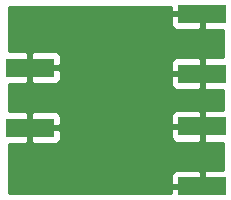
<source format=gbl>
G04 #@! TF.GenerationSoftware,KiCad,Pcbnew,5.0.1*
G04 #@! TF.CreationDate,2018-12-27T15:12:00+01:00*
G04 #@! TF.ProjectId,6dBSplitter,36644253706C69747465722E6B696361,rev?*
G04 #@! TF.SameCoordinates,Original*
G04 #@! TF.FileFunction,Copper,L2,Bot,Signal*
G04 #@! TF.FilePolarity,Positive*
%FSLAX46Y46*%
G04 Gerber Fmt 4.6, Leading zero omitted, Abs format (unit mm)*
G04 Created by KiCad (PCBNEW 5.0.1) date Do 27 Dez 2018 15:12:00 CET*
%MOMM*%
%LPD*%
G01*
G04 APERTURE LIST*
G04 #@! TA.AperFunction,SMDPad,CuDef*
%ADD10R,4.064000X1.524000*%
G04 #@! TD*
G04 #@! TA.AperFunction,ViaPad*
%ADD11C,0.609600*%
G04 #@! TD*
G04 #@! TA.AperFunction,Conductor*
%ADD12C,0.254000*%
G04 #@! TD*
G04 APERTURE END LIST*
D10*
G04 #@! TO.P,J1,2*
G04 #@! TO.N,GND*
X114300000Y-99822000D03*
X114300000Y-94742000D03*
G04 #@! TD*
G04 #@! TO.P,J2,2*
G04 #@! TO.N,GND*
X128905000Y-95250000D03*
X128905000Y-90170000D03*
G04 #@! TD*
G04 #@! TO.P,J3,2*
G04 #@! TO.N,GND*
X128905000Y-99695000D03*
X128905000Y-104775000D03*
G04 #@! TD*
D11*
G04 #@! TO.N,GND*
X118110000Y-94615000D03*
X119380000Y-94615000D03*
X120650000Y-94615000D03*
X121920000Y-94615000D03*
X121920000Y-93345000D03*
X121920000Y-92075000D03*
X121920000Y-90170000D03*
X123190000Y-90170000D03*
X124460000Y-90170000D03*
X124460000Y-104775000D03*
X123190000Y-104775000D03*
X121920000Y-104775000D03*
X121920000Y-103505000D03*
X121920000Y-102235000D03*
X121920000Y-100965000D03*
X121920000Y-99695000D03*
X120650000Y-99695000D03*
X119380000Y-99695000D03*
X118110000Y-99695000D03*
X114300000Y-91440000D03*
X114300000Y-102870000D03*
X114300000Y-104775000D03*
X116840000Y-91440000D03*
X119380000Y-91440000D03*
X119380000Y-102870000D03*
X116840000Y-102870000D03*
X119380000Y-104775000D03*
X116840000Y-104775000D03*
G04 #@! TD*
D12*
G04 #@! TO.N,GND*
G36*
X126238000Y-89884250D02*
X126396750Y-90043000D01*
X128778000Y-90043000D01*
X128778000Y-90023000D01*
X129032000Y-90023000D01*
X129032000Y-90043000D01*
X129052000Y-90043000D01*
X129052000Y-90297000D01*
X129032000Y-90297000D01*
X129032000Y-91408250D01*
X129190750Y-91567000D01*
X130683000Y-91567000D01*
X130683000Y-93853000D01*
X129190750Y-93853000D01*
X129032000Y-94011750D01*
X129032000Y-95123000D01*
X129052000Y-95123000D01*
X129052000Y-95377000D01*
X129032000Y-95377000D01*
X129032000Y-96488250D01*
X129190750Y-96647000D01*
X130683000Y-96647000D01*
X130683000Y-98298000D01*
X129190750Y-98298000D01*
X129032000Y-98456750D01*
X129032000Y-99568000D01*
X129052000Y-99568000D01*
X129052000Y-99822000D01*
X129032000Y-99822000D01*
X129032000Y-100933250D01*
X129190750Y-101092000D01*
X130683000Y-101092000D01*
X130683000Y-103378000D01*
X129190750Y-103378000D01*
X129032000Y-103536750D01*
X129032000Y-104648000D01*
X129052000Y-104648000D01*
X129052000Y-104902000D01*
X129032000Y-104902000D01*
X129032000Y-104922000D01*
X128778000Y-104922000D01*
X128778000Y-104902000D01*
X126396750Y-104902000D01*
X126238000Y-105060750D01*
X126238000Y-105310000D01*
X112522000Y-105310000D01*
X112522000Y-103886690D01*
X126238000Y-103886690D01*
X126238000Y-104489250D01*
X126396750Y-104648000D01*
X128778000Y-104648000D01*
X128778000Y-103536750D01*
X128619250Y-103378000D01*
X126746691Y-103378000D01*
X126513302Y-103474673D01*
X126334673Y-103653301D01*
X126238000Y-103886690D01*
X112522000Y-103886690D01*
X112522000Y-101219000D01*
X114014250Y-101219000D01*
X114173000Y-101060250D01*
X114173000Y-99949000D01*
X114427000Y-99949000D01*
X114427000Y-101060250D01*
X114585750Y-101219000D01*
X116458309Y-101219000D01*
X116691698Y-101122327D01*
X116870327Y-100943699D01*
X116967000Y-100710310D01*
X116967000Y-100107750D01*
X116840000Y-99980750D01*
X126238000Y-99980750D01*
X126238000Y-100583310D01*
X126334673Y-100816699D01*
X126513302Y-100995327D01*
X126746691Y-101092000D01*
X128619250Y-101092000D01*
X128778000Y-100933250D01*
X128778000Y-99822000D01*
X126396750Y-99822000D01*
X126238000Y-99980750D01*
X116840000Y-99980750D01*
X116808250Y-99949000D01*
X114427000Y-99949000D01*
X114173000Y-99949000D01*
X114153000Y-99949000D01*
X114153000Y-99695000D01*
X114173000Y-99695000D01*
X114173000Y-98583750D01*
X114427000Y-98583750D01*
X114427000Y-99695000D01*
X116808250Y-99695000D01*
X116967000Y-99536250D01*
X116967000Y-98933690D01*
X116914395Y-98806690D01*
X126238000Y-98806690D01*
X126238000Y-99409250D01*
X126396750Y-99568000D01*
X128778000Y-99568000D01*
X128778000Y-98456750D01*
X128619250Y-98298000D01*
X126746691Y-98298000D01*
X126513302Y-98394673D01*
X126334673Y-98573301D01*
X126238000Y-98806690D01*
X116914395Y-98806690D01*
X116870327Y-98700301D01*
X116691698Y-98521673D01*
X116458309Y-98425000D01*
X114585750Y-98425000D01*
X114427000Y-98583750D01*
X114173000Y-98583750D01*
X114014250Y-98425000D01*
X112522000Y-98425000D01*
X112522000Y-96139000D01*
X114014250Y-96139000D01*
X114173000Y-95980250D01*
X114173000Y-94869000D01*
X114427000Y-94869000D01*
X114427000Y-95980250D01*
X114585750Y-96139000D01*
X116458309Y-96139000D01*
X116691698Y-96042327D01*
X116870327Y-95863699D01*
X116967000Y-95630310D01*
X116967000Y-95535750D01*
X126238000Y-95535750D01*
X126238000Y-96138310D01*
X126334673Y-96371699D01*
X126513302Y-96550327D01*
X126746691Y-96647000D01*
X128619250Y-96647000D01*
X128778000Y-96488250D01*
X128778000Y-95377000D01*
X126396750Y-95377000D01*
X126238000Y-95535750D01*
X116967000Y-95535750D01*
X116967000Y-95027750D01*
X116808250Y-94869000D01*
X114427000Y-94869000D01*
X114173000Y-94869000D01*
X114153000Y-94869000D01*
X114153000Y-94615000D01*
X114173000Y-94615000D01*
X114173000Y-93503750D01*
X114427000Y-93503750D01*
X114427000Y-94615000D01*
X116808250Y-94615000D01*
X116967000Y-94456250D01*
X116967000Y-94361690D01*
X126238000Y-94361690D01*
X126238000Y-94964250D01*
X126396750Y-95123000D01*
X128778000Y-95123000D01*
X128778000Y-94011750D01*
X128619250Y-93853000D01*
X126746691Y-93853000D01*
X126513302Y-93949673D01*
X126334673Y-94128301D01*
X126238000Y-94361690D01*
X116967000Y-94361690D01*
X116967000Y-93853690D01*
X116870327Y-93620301D01*
X116691698Y-93441673D01*
X116458309Y-93345000D01*
X114585750Y-93345000D01*
X114427000Y-93503750D01*
X114173000Y-93503750D01*
X114014250Y-93345000D01*
X112522000Y-93345000D01*
X112522000Y-90455750D01*
X126238000Y-90455750D01*
X126238000Y-91058310D01*
X126334673Y-91291699D01*
X126513302Y-91470327D01*
X126746691Y-91567000D01*
X128619250Y-91567000D01*
X128778000Y-91408250D01*
X128778000Y-90297000D01*
X126396750Y-90297000D01*
X126238000Y-90455750D01*
X112522000Y-90455750D01*
X112522000Y-89635000D01*
X126238000Y-89635000D01*
X126238000Y-89884250D01*
X126238000Y-89884250D01*
G37*
X126238000Y-89884250D02*
X126396750Y-90043000D01*
X128778000Y-90043000D01*
X128778000Y-90023000D01*
X129032000Y-90023000D01*
X129032000Y-90043000D01*
X129052000Y-90043000D01*
X129052000Y-90297000D01*
X129032000Y-90297000D01*
X129032000Y-91408250D01*
X129190750Y-91567000D01*
X130683000Y-91567000D01*
X130683000Y-93853000D01*
X129190750Y-93853000D01*
X129032000Y-94011750D01*
X129032000Y-95123000D01*
X129052000Y-95123000D01*
X129052000Y-95377000D01*
X129032000Y-95377000D01*
X129032000Y-96488250D01*
X129190750Y-96647000D01*
X130683000Y-96647000D01*
X130683000Y-98298000D01*
X129190750Y-98298000D01*
X129032000Y-98456750D01*
X129032000Y-99568000D01*
X129052000Y-99568000D01*
X129052000Y-99822000D01*
X129032000Y-99822000D01*
X129032000Y-100933250D01*
X129190750Y-101092000D01*
X130683000Y-101092000D01*
X130683000Y-103378000D01*
X129190750Y-103378000D01*
X129032000Y-103536750D01*
X129032000Y-104648000D01*
X129052000Y-104648000D01*
X129052000Y-104902000D01*
X129032000Y-104902000D01*
X129032000Y-104922000D01*
X128778000Y-104922000D01*
X128778000Y-104902000D01*
X126396750Y-104902000D01*
X126238000Y-105060750D01*
X126238000Y-105310000D01*
X112522000Y-105310000D01*
X112522000Y-103886690D01*
X126238000Y-103886690D01*
X126238000Y-104489250D01*
X126396750Y-104648000D01*
X128778000Y-104648000D01*
X128778000Y-103536750D01*
X128619250Y-103378000D01*
X126746691Y-103378000D01*
X126513302Y-103474673D01*
X126334673Y-103653301D01*
X126238000Y-103886690D01*
X112522000Y-103886690D01*
X112522000Y-101219000D01*
X114014250Y-101219000D01*
X114173000Y-101060250D01*
X114173000Y-99949000D01*
X114427000Y-99949000D01*
X114427000Y-101060250D01*
X114585750Y-101219000D01*
X116458309Y-101219000D01*
X116691698Y-101122327D01*
X116870327Y-100943699D01*
X116967000Y-100710310D01*
X116967000Y-100107750D01*
X116840000Y-99980750D01*
X126238000Y-99980750D01*
X126238000Y-100583310D01*
X126334673Y-100816699D01*
X126513302Y-100995327D01*
X126746691Y-101092000D01*
X128619250Y-101092000D01*
X128778000Y-100933250D01*
X128778000Y-99822000D01*
X126396750Y-99822000D01*
X126238000Y-99980750D01*
X116840000Y-99980750D01*
X116808250Y-99949000D01*
X114427000Y-99949000D01*
X114173000Y-99949000D01*
X114153000Y-99949000D01*
X114153000Y-99695000D01*
X114173000Y-99695000D01*
X114173000Y-98583750D01*
X114427000Y-98583750D01*
X114427000Y-99695000D01*
X116808250Y-99695000D01*
X116967000Y-99536250D01*
X116967000Y-98933690D01*
X116914395Y-98806690D01*
X126238000Y-98806690D01*
X126238000Y-99409250D01*
X126396750Y-99568000D01*
X128778000Y-99568000D01*
X128778000Y-98456750D01*
X128619250Y-98298000D01*
X126746691Y-98298000D01*
X126513302Y-98394673D01*
X126334673Y-98573301D01*
X126238000Y-98806690D01*
X116914395Y-98806690D01*
X116870327Y-98700301D01*
X116691698Y-98521673D01*
X116458309Y-98425000D01*
X114585750Y-98425000D01*
X114427000Y-98583750D01*
X114173000Y-98583750D01*
X114014250Y-98425000D01*
X112522000Y-98425000D01*
X112522000Y-96139000D01*
X114014250Y-96139000D01*
X114173000Y-95980250D01*
X114173000Y-94869000D01*
X114427000Y-94869000D01*
X114427000Y-95980250D01*
X114585750Y-96139000D01*
X116458309Y-96139000D01*
X116691698Y-96042327D01*
X116870327Y-95863699D01*
X116967000Y-95630310D01*
X116967000Y-95535750D01*
X126238000Y-95535750D01*
X126238000Y-96138310D01*
X126334673Y-96371699D01*
X126513302Y-96550327D01*
X126746691Y-96647000D01*
X128619250Y-96647000D01*
X128778000Y-96488250D01*
X128778000Y-95377000D01*
X126396750Y-95377000D01*
X126238000Y-95535750D01*
X116967000Y-95535750D01*
X116967000Y-95027750D01*
X116808250Y-94869000D01*
X114427000Y-94869000D01*
X114173000Y-94869000D01*
X114153000Y-94869000D01*
X114153000Y-94615000D01*
X114173000Y-94615000D01*
X114173000Y-93503750D01*
X114427000Y-93503750D01*
X114427000Y-94615000D01*
X116808250Y-94615000D01*
X116967000Y-94456250D01*
X116967000Y-94361690D01*
X126238000Y-94361690D01*
X126238000Y-94964250D01*
X126396750Y-95123000D01*
X128778000Y-95123000D01*
X128778000Y-94011750D01*
X128619250Y-93853000D01*
X126746691Y-93853000D01*
X126513302Y-93949673D01*
X126334673Y-94128301D01*
X126238000Y-94361690D01*
X116967000Y-94361690D01*
X116967000Y-93853690D01*
X116870327Y-93620301D01*
X116691698Y-93441673D01*
X116458309Y-93345000D01*
X114585750Y-93345000D01*
X114427000Y-93503750D01*
X114173000Y-93503750D01*
X114014250Y-93345000D01*
X112522000Y-93345000D01*
X112522000Y-90455750D01*
X126238000Y-90455750D01*
X126238000Y-91058310D01*
X126334673Y-91291699D01*
X126513302Y-91470327D01*
X126746691Y-91567000D01*
X128619250Y-91567000D01*
X128778000Y-91408250D01*
X128778000Y-90297000D01*
X126396750Y-90297000D01*
X126238000Y-90455750D01*
X112522000Y-90455750D01*
X112522000Y-89635000D01*
X126238000Y-89635000D01*
X126238000Y-89884250D01*
G04 #@! TD*
M02*

</source>
